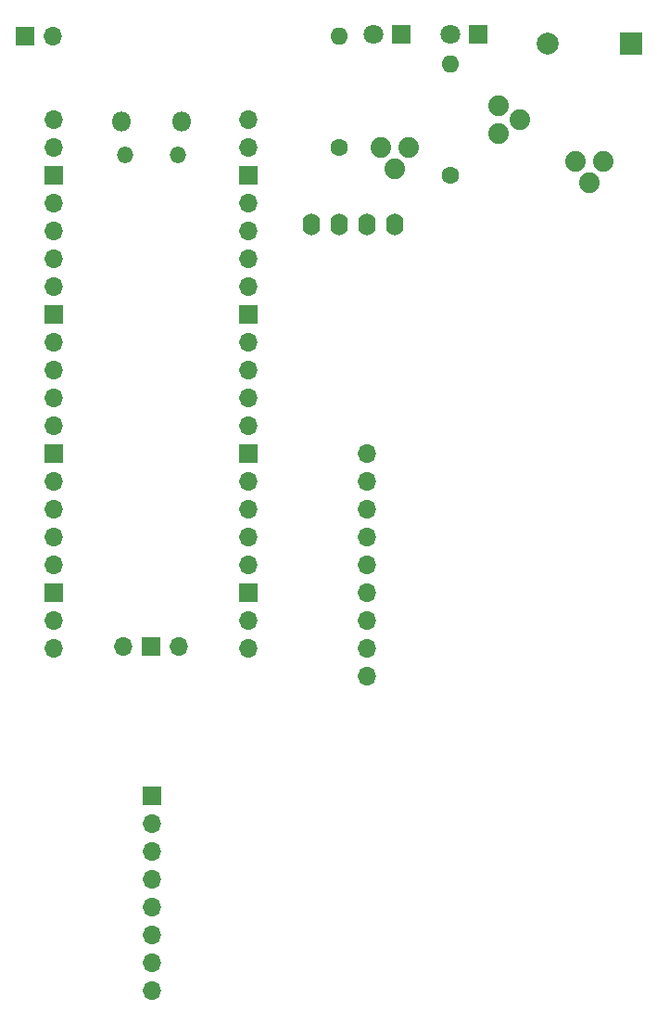
<source format=gbr>
%TF.GenerationSoftware,KiCad,Pcbnew,7.0.10+dfsg-1*%
%TF.CreationDate,2024-02-23T10:47:49+01:00*%
%TF.ProjectId,chibi_v2_1,63686962-695f-4763-925f-312e6b696361,rev?*%
%TF.SameCoordinates,Original*%
%TF.FileFunction,Soldermask,Top*%
%TF.FilePolarity,Negative*%
%FSLAX46Y46*%
G04 Gerber Fmt 4.6, Leading zero omitted, Abs format (unit mm)*
G04 Created by KiCad (PCBNEW 7.0.10+dfsg-1) date 2024-02-23 10:47:49*
%MOMM*%
%LPD*%
G01*
G04 APERTURE LIST*
%ADD10C,1.600000*%
%ADD11O,1.600000X1.600000*%
%ADD12R,1.800000X1.800000*%
%ADD13C,1.800000*%
%ADD14R,1.700000X1.700000*%
%ADD15O,1.700000X1.700000*%
%ADD16R,2.000000X2.000000*%
%ADD17C,2.000000*%
%ADD18C,1.880400*%
%ADD19O,1.600000X2.000000*%
%ADD20O,1.800000X1.800000*%
%ADD21O,1.500000X1.500000*%
G04 APERTURE END LIST*
D10*
%TO.C,R2*%
X134620000Y-50800000D03*
D11*
X134620000Y-40640000D03*
%TD*%
D12*
%TO.C,D1*%
X140315000Y-40410000D03*
D13*
X137775000Y-40410000D03*
%TD*%
D14*
%TO.C,J2*%
X117500000Y-109920000D03*
D15*
X117500000Y-112460000D03*
X117500000Y-115000000D03*
X117500000Y-117540000D03*
X117500000Y-120080000D03*
X117500000Y-122620000D03*
X117500000Y-125160000D03*
X117500000Y-127700000D03*
%TD*%
D12*
%TO.C,D2*%
X147300000Y-40410000D03*
D13*
X144760000Y-40410000D03*
%TD*%
D16*
%TO.C,BZ1*%
X161280000Y-41275000D03*
D17*
X153680000Y-41275000D03*
%TD*%
D10*
%TO.C,R1*%
X144780000Y-53340000D03*
D11*
X144780000Y-43180000D03*
%TD*%
D18*
%TO.C,Q3*%
X149225000Y-49530000D03*
X151130000Y-48260000D03*
X149225000Y-46990000D03*
%TD*%
%TO.C,Q2*%
X138430000Y-50800000D03*
X139700000Y-52705000D03*
X140970000Y-50800000D03*
%TD*%
%TO.C,Q1*%
X156210000Y-52070000D03*
X157480000Y-53975000D03*
X158750000Y-52070000D03*
%TD*%
D19*
%TO.C,Display1*%
X132080000Y-57785000D03*
X134620000Y-57785000D03*
X137160000Y-57785000D03*
X139700000Y-57785000D03*
%TD*%
D14*
%TO.C,J1*%
X105925000Y-40600000D03*
D15*
X108465000Y-40600000D03*
%TD*%
D20*
%TO.C,Pico1*%
X120200000Y-48390000D03*
D21*
X119900000Y-51420000D03*
X115050000Y-51420000D03*
D20*
X114750000Y-48390000D03*
D15*
X126365000Y-48260000D03*
X126365000Y-50800000D03*
D14*
X126365000Y-53340000D03*
D15*
X126365000Y-55880000D03*
X126365000Y-58420000D03*
X126365000Y-60960000D03*
X126365000Y-63500000D03*
D14*
X126365000Y-66040000D03*
D15*
X126365000Y-68580000D03*
X126365000Y-71120000D03*
X126365000Y-73660000D03*
X126365000Y-76200000D03*
D14*
X126365000Y-78740000D03*
D15*
X126365000Y-81280000D03*
X126365000Y-83820000D03*
X126365000Y-86360000D03*
X126365000Y-88900000D03*
D14*
X126365000Y-91440000D03*
D15*
X126365000Y-93980000D03*
X126365000Y-96520000D03*
X108585000Y-96520000D03*
X108585000Y-93980000D03*
D14*
X108585000Y-91440000D03*
D15*
X108585000Y-88900000D03*
X108585000Y-86360000D03*
X108585000Y-83820000D03*
X108585000Y-81280000D03*
D14*
X108585000Y-78740000D03*
D15*
X108585000Y-76200000D03*
X108585000Y-73660000D03*
X108585000Y-71120000D03*
X108585000Y-68580000D03*
D14*
X108585000Y-66040000D03*
D15*
X108585000Y-63500000D03*
X108585000Y-60960000D03*
X108585000Y-58420000D03*
X108585000Y-55880000D03*
D14*
X108585000Y-53340000D03*
D15*
X108585000Y-50800000D03*
X108585000Y-48260000D03*
X120015000Y-96290000D03*
D14*
X117475000Y-96290000D03*
D15*
X114935000Y-96290000D03*
%TD*%
%TO.C,SDCard1*%
X137160000Y-99060000D03*
X137160000Y-96520000D03*
X137160000Y-93980000D03*
X137160000Y-91440000D03*
X137160000Y-88900000D03*
X137160000Y-86360000D03*
X137160000Y-83820000D03*
X137160000Y-81280000D03*
X137160000Y-78740000D03*
%TD*%
M02*

</source>
